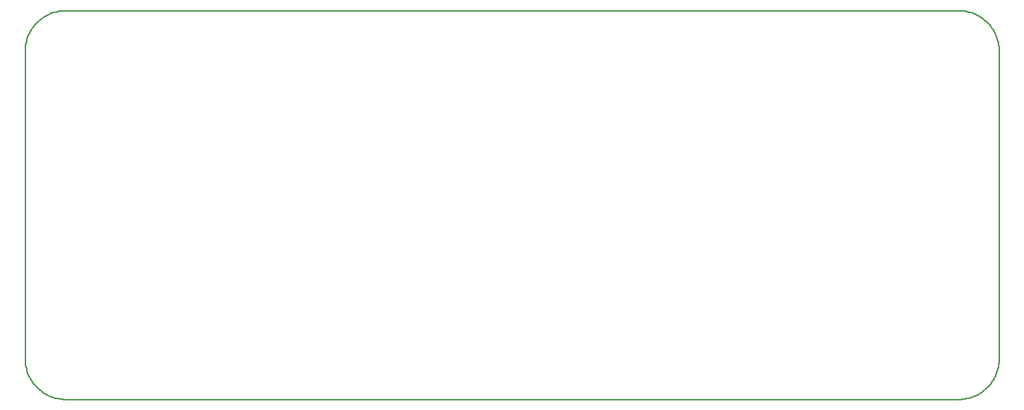
<source format=gm1>
G04*
G04 #@! TF.GenerationSoftware,Altium Limited,Altium Designer,18.1.9 (240)*
G04*
G04 Layer_Color=16711935*
%FSLAX25Y25*%
%MOIN*%
G70*
G01*
G75*
%ADD20C,0.00787*%
D20*
X452756Y0D02*
X453753Y25D01*
X454747Y101D01*
X455737Y227D01*
X456718Y403D01*
X457690Y628D01*
X458649Y903D01*
X459593Y1225D01*
X460519Y1595D01*
X461425Y2012D01*
X462309Y2473D01*
X463169Y2979D01*
X464001Y3528D01*
X464805Y4119D01*
X465578Y4749D01*
X466318Y5418D01*
X467024Y6123D01*
X467692Y6863D01*
X468322Y7636D01*
X468913Y8440D01*
X469461Y9272D01*
X469968Y10132D01*
X470429Y11016D01*
X470846Y11922D01*
X471216Y12848D01*
X471538Y13792D01*
X471812Y14751D01*
X472038Y15722D01*
X472214Y16704D01*
X472340Y17694D01*
X472416Y18688D01*
X472441Y19685D01*
Y169291D02*
X472416Y170288D01*
X472340Y171283D01*
X472214Y172272D01*
X472038Y173254D01*
X471812Y174225D01*
X471538Y175184D01*
X471216Y176128D01*
X470846Y177054D01*
X470429Y177961D01*
X469968Y178844D01*
X469461Y179704D01*
X468913Y180537D01*
X468322Y181341D01*
X467692Y182114D01*
X467024Y182854D01*
X466318Y183559D01*
X465578Y184228D01*
X464805Y184858D01*
X464001Y185448D01*
X463169Y185997D01*
X462309Y186503D01*
X461425Y186965D01*
X460519Y187381D01*
X459593Y187751D01*
X458649Y188074D01*
X457690Y188348D01*
X456718Y188573D01*
X455737Y188749D01*
X454747Y188875D01*
X453753Y188951D01*
X452756Y188976D01*
X19685D02*
X18688Y188951D01*
X17694Y188875D01*
X16704Y188749D01*
X15722Y188573D01*
X14751Y188348D01*
X13792Y188074D01*
X12848Y187751D01*
X11922Y187381D01*
X11016Y186965D01*
X10132Y186503D01*
X9272Y185997D01*
X8440Y185448D01*
X7636Y184858D01*
X6863Y184228D01*
X6123Y183559D01*
X5418Y182854D01*
X4749Y182114D01*
X4119Y181341D01*
X3528Y180537D01*
X2979Y179704D01*
X2473Y178844D01*
X2012Y177961D01*
X1595Y177054D01*
X1225Y176128D01*
X903Y175184D01*
X628Y174225D01*
X403Y173254D01*
X227Y172272D01*
X101Y171283D01*
X25Y170288D01*
X0Y169291D01*
Y19685D02*
X25Y18688D01*
X101Y17694D01*
X227Y16704D01*
X403Y15722D01*
X628Y14751D01*
X903Y13792D01*
X1225Y12848D01*
X1595Y11922D01*
X2012Y11016D01*
X2473Y10132D01*
X2979Y9272D01*
X3528Y8440D01*
X4119Y7636D01*
X4749Y6863D01*
X5418Y6123D01*
X6123Y5418D01*
X6863Y4749D01*
X7636Y4119D01*
X8440Y3528D01*
X9272Y2979D01*
X10132Y2473D01*
X11016Y2012D01*
X11922Y1595D01*
X12848Y1225D01*
X13792Y903D01*
X14751Y628D01*
X15722Y403D01*
X16704Y227D01*
X17694Y101D01*
X18688Y25D01*
X19685Y0D01*
X472441Y19685D02*
Y169291D01*
X19685Y188976D02*
X452756D01*
X0Y19685D02*
Y169291D01*
X19685Y0D02*
X452756D01*
M02*

</source>
